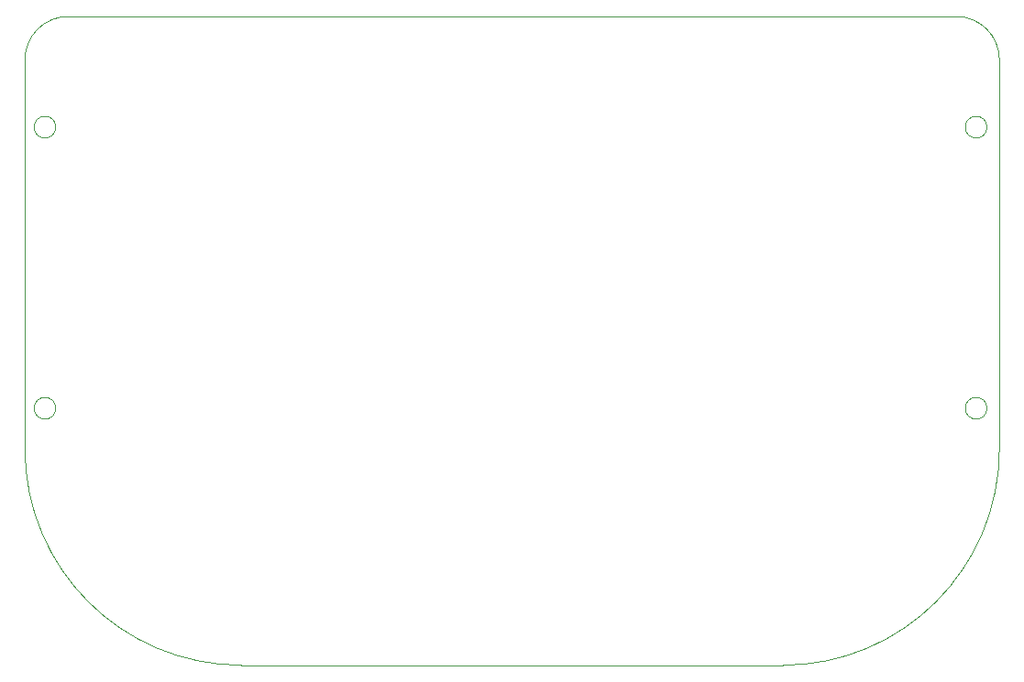
<source format=gbr>
%TF.GenerationSoftware,KiCad,Pcbnew,9.0.1*%
%TF.CreationDate,2025-09-21T13:47:25+02:00*%
%TF.ProjectId,RcSender,52635365-6e64-4657-922e-6b696361645f,rev?*%
%TF.SameCoordinates,Original*%
%TF.FileFunction,Profile,NP*%
%FSLAX46Y46*%
G04 Gerber Fmt 4.6, Leading zero omitted, Abs format (unit mm)*
G04 Created by KiCad (PCBNEW 9.0.1) date 2025-09-21 13:47:25*
%MOMM*%
%LPD*%
G01*
G04 APERTURE LIST*
%TA.AperFunction,Profile*%
%ADD10C,0.100000*%
%TD*%
G04 APERTURE END LIST*
D10*
X120000000Y-118000000D02*
G75*
G02*
X118000000Y-118000000I-1000000J0D01*
G01*
X118000000Y-118000000D02*
G75*
G02*
X120000000Y-118000000I1000000J0D01*
G01*
X121150000Y-121765000D02*
X121150000Y-85765000D01*
X121150000Y-121765000D02*
G75*
G02*
X101150000Y-141765000I-20000000J0D01*
G01*
X31150000Y-85765000D02*
G75*
G02*
X35150000Y-81765000I4000000J0D01*
G01*
X117150000Y-81765000D02*
G75*
G02*
X121150000Y-85765000I0J-4000000D01*
G01*
X51150000Y-141765000D02*
G75*
G02*
X31150000Y-121765000I0J20000000D01*
G01*
X35150000Y-81765000D02*
X117150000Y-81765000D01*
X120000000Y-92000000D02*
G75*
G02*
X118000000Y-92000000I-1000000J0D01*
G01*
X118000000Y-92000000D02*
G75*
G02*
X120000000Y-92000000I1000000J0D01*
G01*
X34000000Y-92000000D02*
G75*
G02*
X32000000Y-92000000I-1000000J0D01*
G01*
X32000000Y-92000000D02*
G75*
G02*
X34000000Y-92000000I1000000J0D01*
G01*
X34000000Y-118000000D02*
G75*
G02*
X32000000Y-118000000I-1000000J0D01*
G01*
X32000000Y-118000000D02*
G75*
G02*
X34000000Y-118000000I1000000J0D01*
G01*
X31150000Y-85765000D02*
X31150000Y-121765000D01*
X51150000Y-141765000D02*
X101150000Y-141765000D01*
M02*

</source>
